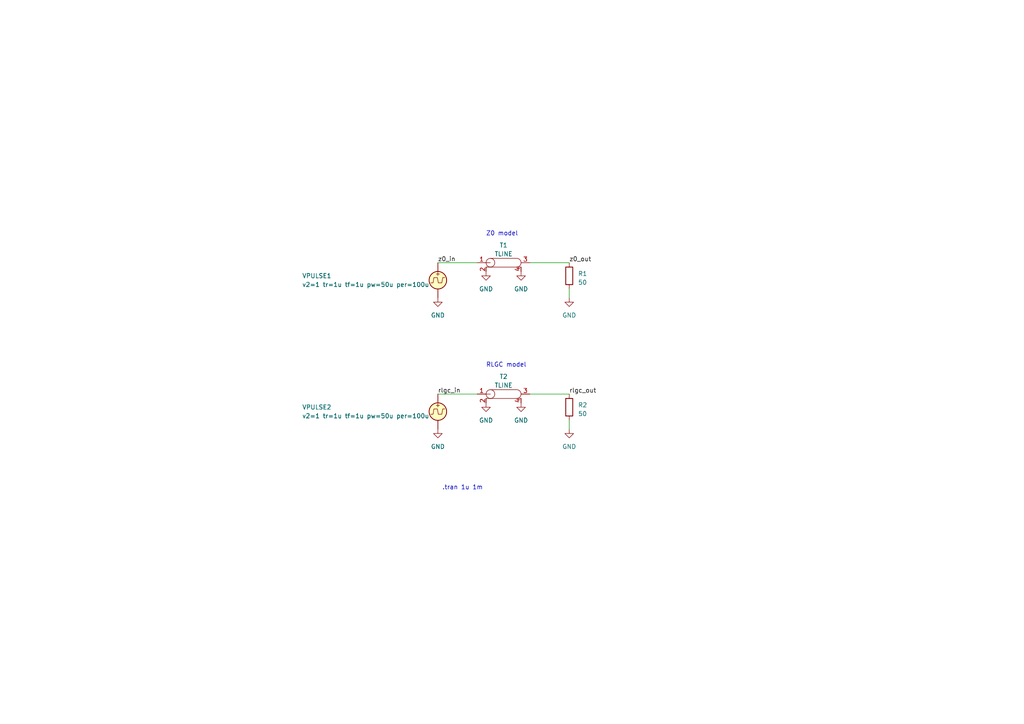
<source format=kicad_sch>
(kicad_sch (version 20220331) (generator eeschema)
  (paper "A4")
  (lib_symbols
    (symbol "Device:R" (pin_numbers hide) (pin_names (offset 0))
      (property "Reference" "R" (at 2.032 0 90))
      (property "Value" "R" (at 0 0 90))
      (symbol "R_0_1"
        (rectangle (start -1.016 -2.54) (end 1.016 2.54) (stroke (width 0.254)))
      )
      (symbol "R_1_1"
        (pin passive line (at 0 3.81 270) (length 1.27) (name "~") (number "1"))
        (pin passive line (at 0 -3.81 90) (length 1.27) (name "~") (number "2"))
      )
    )
    (symbol "Simulation_SPICE:VPULSE" (pin_numbers hide) (pin_names (offset 0.0254))
      (property "Reference" "V" (at 2.54 2.54 0))
      (property "Value" "VPULSE" (at 2.54 0 0))
      (property "Spice_Model" "pulse(0 1 2n 2n 2n 50n 100n)" (at 2.54 -2.54 0))
      (symbol "VPULSE_0_0"
        (polyline (pts (xy -2.032 -0.762) (xy -1.397 -0.762) (xy -1.143 0.762) (xy -0.127 0.762) (xy 0.127 -0.762) (xy 1.143 -0.762) (xy 1.397 0.762) (xy 2.032 0.762)))
        (text "+" (at 0 1.905 0) (effects (font (size 1.27 1.27))))
      )
      (symbol "VPULSE_0_1"
        (circle (center 0 0) (radius 2.54) (stroke (width 0.254)) (fill (type background)))
      )
      (symbol "VPULSE_1_1"
        (pin passive line (at 0 5.08 270) (length 2.54) (name "~") (number "1"))
        (pin passive line (at 0 -5.08 90) (length 2.54) (name "~") (number "2"))
      )
    )
    (symbol "Transmission_Line:TLINE" (in_bom no) (on_board no)
      (property "Reference" "T" (at 0 -2.54 0))
      (property "Value" "TLINE" (at 0 2.54 0))
      (symbol "TLINE_0_1"
        (circle (center -3.81 0) (radius 1.27))
        (polyline (pts (xy -5.08 -1.27) (xy 3.81 -1.27)))
        (polyline (pts (xy -3.81 0) (xy -5.08 0)))
        (polyline (pts (xy -3.81 1.27) (xy 3.81 1.27)))
        (polyline (pts (xy 5.08 -1.27) (xy 3.81 -1.27)))
        (arc (start 3.8776 -1.27) (mid 5.0818 0) (end 3.8776 1.27))
      )
      (symbol "TLINE_1_1"
        (pin passive line (at -7.62 0 0) (length 2.54) (name "") (number "1"))
        (pin passive line (at -5.08 -2.54 90) (length 1.27) (name "") (number "2"))
        (pin passive line (at 7.62 0 180) (length 2.54) (name "") (number "3"))
        (pin passive line (at 5.08 -2.54 90) (length 1.27) (name "") (number "4"))
      )
    )
    (symbol "power:GND" (power) (pin_names (offset 0))
      (property "Value" "GND" (at 0 -3.81 0))
      (symbol "GND_0_1"
        (polyline (pts (xy 0 0) (xy 0 -1.27) (xy 1.27 -1.27) (xy 0 -2.54) (xy -1.27 -1.27) (xy 0 -1.27)))
      )
      (symbol "GND_1_1"
        (pin power_in line (at 0 0 270) (length 0) hide (name "GND") (number "1"))
      )
    )
  )
  (wire (pts (xy 165.1 83.82) (xy 165.1 86.36)))
  (wire (pts (xy 153.67 114.3) (xy 165.1 114.3)))
  (wire (pts (xy 127 76.2) (xy 138.43 76.2)))
  (wire (pts (xy 153.67 76.2) (xy 165.1 76.2)))
  (wire (pts (xy 127 114.3) (xy 138.43 114.3)))
  (wire (pts (xy 165.1 121.92) (xy 165.1 124.46)))
  (text "RLGC model" (at 140.97 106.68 0) (effects (font (size 1.27 1.27)) (justify left bottom)))
  (text "Z0 model" (at 140.97 68.58 0) (effects (font (size 1.27 1.27)) (justify left bottom)))
  (text ".tran 1u 1m" (at 128.27 142.24 0) (effects (font (size 1.27 1.27)) (justify left bottom)))
  (label "rlgc_in" (at 127 114.3 0))
  (label "z0_out" (at 165.1 76.2 0))
  (label "rlgc_out" (at 165.1 114.3 0))
  (label "z0_in" (at 127 76.2 0))
  (symbol (lib_id "power:GND") (at 127 86.36 0) (unit 1)
    (property "Reference" "#PWR?" (effects hide))
    (property "Value" "GND" (at 127 91.44 0))
  )
  (symbol (lib_id "power:GND") (at 151.13 116.84 0) (unit 1)
    (property "Reference" "#PWR?" (effects hide))
    (property "Value" "GND" (at 151.13 121.92 0))
  )
  (symbol (lib_id "Transmission_Line:TLINE") (at 146.05 114.3 0) (unit 1) (in_bom no) (on_board no)
    (property "Reference" "T2" (at 146.0509 109.22 0))
    (property "Value" "TLINE" (at 146.0509 111.76 0))
    (property "Datasheet" "http://ngspice.sourceforge.net/docs/ngspice-36-manual.pdf#7f" (effects hide))
    (property "Model_Device" "TLINE" (effects hide))
    (property "Model_Type" "RLGC" (effects hide))
    (property "Model_Pins" "1 2 3 4" (effects hide))
    (property "Model_Params" "len=1 r=0 l=1.25m g=0 c=500n" (effects hide))
  )
  (symbol (lib_id "Simulation_SPICE:VPULSE") (at 127 81.28 0) (unit 1)
    (property "Reference" "VPULSE1" (at 87.63 80.01 0) (effects (justify left)))
    (property "Value" "v2=1 tr=1u tf=1u pw=50u per=100u" (at 87.63 82.55 0) (effects (justify left)))
  )
  (symbol (lib_id "power:GND") (at 140.97 78.74 0) (unit 1)
    (property "Reference" "#PWR?" (effects hide))
    (property "Value" "GND" (at 140.97 83.82 0))
  )
  (symbol (lib_id "power:GND") (at 165.1 86.36 0) (unit 1)
    (property "Reference" "#PWR?" (effects hide))
    (property "Value" "GND" (at 165.1 91.44 0))
  )
  (symbol (lib_id "power:GND") (at 127 124.46 0) (unit 1)
    (property "Reference" "#PWR?" (effects hide))
    (property "Value" "GND" (at 127 129.54 0))
  )
  (symbol (lib_id "Device:R") (at 165.1 80.01 0) (unit 1)
    (property "Reference" "R1" (at 167.64 79.375 0) (effects (justify left)))
    (property "Value" "50" (at 167.64 81.915 0) (effects (justify left)))
  )
  (symbol (lib_id "power:GND") (at 140.97 116.84 0) (unit 1)
    (property "Reference" "#PWR?" (effects hide))
    (property "Value" "GND" (at 140.97 121.92 0))
  )
  (symbol (lib_id "Transmission_Line:TLINE") (at 146.05 76.2 0) (unit 1) (in_bom no) (on_board no)
    (property "Reference" "T1" (at 146.0509 71.12 0))
    (property "Value" "TLINE" (at 146.0509 73.66 0))
    (property "Datasheet" "http://ngspice.sourceforge.net/docs/ngspice-36-manual.pdf#7f" (effects hide))
    (property "Model_Device" "TLINE" (effects hide))
    (property "Model_Type" "Z0" (effects hide))
    (property "Model_Pins" "1 2 3 4" (effects hide))
    (property "Model_Params" "z0=50 td=25u" (effects hide))
  )
  (symbol (lib_id "Device:R") (at 165.1 118.11 0) (unit 1)
    (property "Reference" "R2" (at 167.64 117.475 0) (effects (justify left)))
    (property "Value" "50" (at 167.64 120.015 0) (effects (justify left)))
  )
  (symbol (lib_id "power:GND") (at 151.13 78.74 0) (unit 1)
    (property "Reference" "#PWR?" (effects hide))
    (property "Value" "GND" (at 151.13 83.82 0))
  )
  (symbol (lib_id "Simulation_SPICE:VPULSE") (at 127 119.38 0) (unit 1)
    (property "Reference" "VPULSE2" (at 87.63 118.11 0) (effects (justify left)))
    (property "Value" "v2=1 tr=1u tf=1u pw=50u per=100u" (at 87.63 120.65 0) (effects (justify left)))
  )
  (symbol (lib_id "power:GND") (at 165.1 124.46 0) (unit 1)
    (property "Reference" "#PWR?" (effects hide))
    (property "Value" "GND" (at 165.1 129.54 0))
  )
)
</source>
